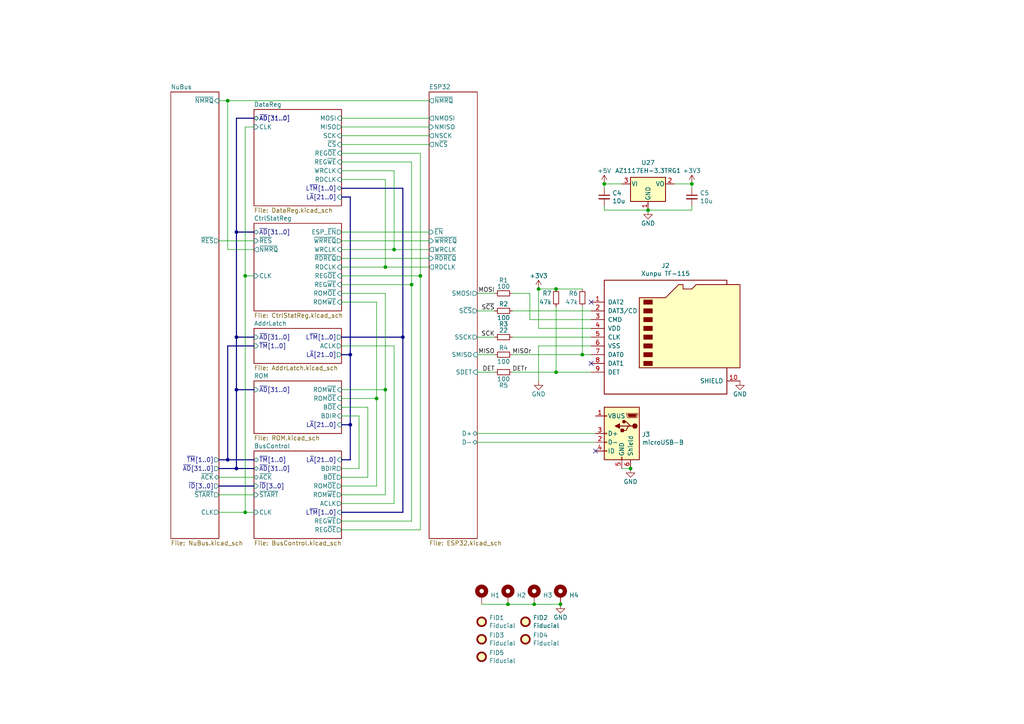
<source format=kicad_sch>
(kicad_sch (version 20211123) (generator eeschema)
  (paper "A4")
  (title_block (title "NuBus-ESP32") (date "2021-11-18") (rev "0.1") (company "Garrett's Workshop"))
  (lib_symbols
    (symbol "Connector:USB_B_Micro" (pin_names (offset 1.016))
      (property "Reference" "J" (at -5.08 11.43 0))
      (property "Value" "USB_B_Micro" (at -5.08 8.89 0))
      (symbol "USB_B_Micro_0_1"
        (rectangle (start -5.08 -7.62) (end 5.08 7.62) (stroke (width 0.254)) (fill (type background)))
        (circle (center -3.81 2.159) (radius 0.635) (stroke (width 0.254)) (fill (type outline)))
        (circle (center -0.635 3.429) (radius 0.381) (stroke (width 0.254)) (fill (type outline)))
        (rectangle (start -0.127 -7.62) (end 0.127 -6.858))
        (polyline (pts (xy -1.905 2.159) (xy 0.635 2.159)) (stroke (width 0.254)))
        (polyline (pts (xy -3.175 2.159) (xy -2.54 2.159) (xy -1.27 3.429) (xy -0.635 3.429)) (stroke (width 0.254)))
        (polyline (pts (xy -2.54 2.159) (xy -1.905 2.159) (xy -1.27 0.889) (xy 0 0.889)) (stroke (width 0.254)))
        (polyline (pts (xy 0.635 2.794) (xy 0.635 1.524) (xy 1.905 2.159) (xy 0.635 2.794)) (stroke (width 0.254)) (fill (type outline)))
        (polyline (pts (xy -4.318 5.588) (xy -1.778 5.588) (xy -2.032 4.826) (xy -4.064 4.826) (xy -4.318 5.588)) (fill (type outline)))
        (polyline (pts (xy -4.699 5.842) (xy -4.699 5.588) (xy -4.445 4.826) (xy -4.445 4.572) (xy -1.651 4.572) (xy -1.651 4.826) (xy -1.397 5.588) (xy -1.397 5.842) (xy -4.699 5.842)))
        (rectangle (start 0.254 1.27) (end -0.508 0.508) (stroke (width 0.254)) (fill (type outline)))
        (rectangle (start 5.08 -5.207) (end 4.318 -4.953))
        (rectangle (start 5.08 -2.667) (end 4.318 -2.413))
        (rectangle (start 5.08 -0.127) (end 4.318 0.127))
        (rectangle (start 5.08 4.953) (end 4.318 5.207))
      )
      (symbol "USB_B_Micro_1_1"
        (pin power_out line (at 7.62 5.08 180) (length 2.54) (name "VBUS") (number "1"))
        (pin bidirectional line (at 7.62 -2.54 180) (length 2.54) (name "D-") (number "2"))
        (pin bidirectional line (at 7.62 0 180) (length 2.54) (name "D+") (number "3"))
        (pin passive line (at 7.62 -5.08 180) (length 2.54) (name "ID") (number "4"))
        (pin power_out line (at 0 -10.16 90) (length 2.54) (name "GND") (number "5"))
        (pin passive line (at -2.54 -10.16 90) (length 2.54) (name "Shield") (number "6"))
      )
    )
    (symbol "Device:C_Small" (pin_numbers hide) (pin_names (offset 0.254) hide)
      (property "Reference" "C" (at 0.254 1.778 0))
      (property "Value" "C_Small" (at 0.254 -2.032 0))
      (symbol "C_Small_0_1"
        (polyline (pts (xy -1.524 -0.508) (xy 1.524 -0.508)) (stroke (width 0.3302)))
        (polyline (pts (xy -1.524 0.508) (xy 1.524 0.508)) (stroke (width 0.3048)))
      )
      (symbol "C_Small_1_1"
        (pin passive line (at 0 2.54 270) (length 2.032) (name "~") (number "1"))
        (pin passive line (at 0 -2.54 90) (length 2.032) (name "~") (number "2"))
      )
    )
    (symbol "Device:R_Small" (pin_numbers hide) (pin_names (offset 0.254) hide)
      (property "Reference" "R" (at 0.762 0.508 0))
      (property "Value" "R_Small" (at 0.762 -1.016 0))
      (symbol "R_Small_0_1"
        (rectangle (start -0.762 1.778) (end 0.762 -1.778) (stroke (width 0.2032)))
      )
      (symbol "R_Small_1_1"
        (pin passive line (at 0 2.54 270) (length 0.762) (name "~") (number "1"))
        (pin passive line (at 0 -2.54 90) (length 0.762) (name "~") (number "2"))
      )
    )
    (symbol "GW_Connector:Micro_SD_SingleDet" (pin_names (offset 1.016))
      (property "Reference" "J" (at -16.51 17.78 0))
      (property "Value" "Micro_SD_SingleDet" (at 16.51 17.78 0))
      (symbol "Micro_SD_SingleDet_0_1"
        (rectangle (start -7.62 -6.985) (end -5.08 -8.255) (fill (type outline)))
        (rectangle (start -7.62 -4.445) (end -5.08 -5.715) (fill (type outline)))
        (rectangle (start -7.62 -1.905) (end -5.08 -3.175) (fill (type outline)))
        (rectangle (start -7.62 0.635) (end -5.08 -0.635) (fill (type outline)))
        (rectangle (start -7.62 3.175) (end -5.08 1.905) (fill (type outline)))
        (rectangle (start -7.62 5.715) (end -5.08 4.445) (fill (type outline)))
        (rectangle (start -7.62 8.255) (end -5.08 6.985) (fill (type outline)))
        (rectangle (start -7.62 10.795) (end -5.08 9.525) (fill (type outline)))
        (polyline (pts (xy 16.51 15.24) (xy 16.51 16.51) (xy -19.05 16.51) (xy -19.05 -16.51) (xy 16.51 -16.51) (xy 16.51 -8.89)) (stroke (width 0.254)))
        (polyline (pts (xy -8.89 -8.89) (xy -8.89 11.43) (xy -1.27 11.43) (xy 2.54 15.24) (xy 3.81 15.24) (xy 3.81 13.97) (xy 6.35 13.97) (xy 7.62 15.24) (xy 20.32 15.24) (xy 20.32 -8.89) (xy -8.89 -8.89)) (stroke (width 0.254)) (fill (type background)))
      )
      (symbol "Micro_SD_SingleDet_1_1"
        (pin bidirectional line (at -22.86 10.16 0) (length 3.81) (name "DAT2") (number "1"))
        (pin passive line (at 20.32 -12.7 180) (length 3.81) (name "SHIELD") (number "10"))
        (pin bidirectional line (at -22.86 7.62 0) (length 3.81) (name "DAT3/CD") (number "2"))
        (pin input line (at -22.86 5.08 0) (length 3.81) (name "CMD") (number "3"))
        (pin power_in line (at -22.86 2.54 0) (length 3.81) (name "VDD") (number "4"))
        (pin input line (at -22.86 0 0) (length 3.81) (name "CLK") (number "5"))
        (pin power_in line (at -22.86 -2.54 0) (length 3.81) (name "VSS") (number "6"))
        (pin input line (at -22.86 -5.08 0) (length 3.81) (name "DAT0") (number "7"))
        (pin input line (at -22.86 -7.62 0) (length 3.81) (name "DAT1") (number "8"))
        (pin passive line (at -22.86 -10.16 0) (length 3.81) (name "DET") (number "9"))
      )
    )
    (symbol "GW_Power:AP1117-33" (pin_names (offset 0.254))
      (property "Reference" "U" (at -3.81 3.175 0))
      (property "Value" "AP1117-33" (at 0 3.175 0))
      (symbol "AP1117-33_0_1"
        (rectangle (start -5.08 -5.08) (end 5.08 1.905) (stroke (width 0.254)) (fill (type background)))
      )
      (symbol "AP1117-33_1_1"
        (pin power_in line (at 0 -7.62 90) (length 2.54) (name "GND") (number "1"))
        (pin power_out line (at 7.62 0 180) (length 2.54) (name "VO") (number "2"))
        (pin power_in line (at -7.62 0 0) (length 2.54) (name "VI") (number "3"))
      )
    )
    (symbol "Mechanical:Fiducial"
      (property "Reference" "FID" (at 0 5.08 0))
      (property "Value" "Fiducial" (at 0 3.175 0))
      (symbol "Fiducial_0_1"
        (circle (center 0 0) (radius 1.27) (stroke (width 0.508)) (fill (type background)))
      )
    )
    (symbol "Mechanical:MountingHole_Pad" (pin_numbers hide) (pin_names (offset 1.016) hide)
      (property "Reference" "H" (at 0 6.35 0))
      (property "Value" "MountingHole_Pad" (at 0 4.445 0))
      (symbol "MountingHole_Pad_0_1"
        (circle (center 0 1.27) (radius 1.27) (stroke (width 1.27)))
      )
      (symbol "MountingHole_Pad_1_1"
        (pin input line (at 0 -2.54 90) (length 2.54) (name "1") (number "1"))
      )
    )
    (symbol "power:+3V3" (power) (pin_names (offset 0))
      (property "Value" "+3V3" (at 0 3.556 0))
      (symbol "+3V3_0_1"
        (polyline (pts (xy -0.762 1.27) (xy 0 2.54)))
        (polyline (pts (xy 0 0) (xy 0 2.54)))
        (polyline (pts (xy 0 2.54) (xy 0.762 1.27)))
      )
      (symbol "+3V3_1_1"
        (pin power_in line (at 0 0 90) (length 0) hide (name "+3V3") (number "1"))
      )
    )
    (symbol "power:+5V" (power) (pin_names (offset 0))
      (property "Value" "+5V" (at 0 3.556 0))
      (symbol "+5V_0_1"
        (polyline (pts (xy -0.762 1.27) (xy 0 2.54)))
        (polyline (pts (xy 0 0) (xy 0 2.54)))
        (polyline (pts (xy 0 2.54) (xy 0.762 1.27)))
      )
      (symbol "+5V_1_1"
        (pin power_in line (at 0 0 90) (length 0) hide (name "+5V") (number "1"))
      )
    )
    (symbol "power:GND" (power) (pin_names (offset 0))
      (property "Value" "GND" (at 0 -3.81 0))
      (symbol "GND_0_1"
        (polyline (pts (xy 0 0) (xy 0 -1.27) (xy 1.27 -1.27) (xy 0 -2.54) (xy -1.27 -1.27) (xy 0 -1.27)))
      )
      (symbol "GND_1_1"
        (pin power_in line (at 0 0 270) (length 0) hide (name "GND") (number "1"))
      )
    )
  )
  (junction (at 121.92 80.01))
  (junction (at 71.12 80.01))
  (junction (at 101.6 123.19))
  (junction (at 66.04 133.35))
  (junction (at 147.32 175.26))
  (junction (at 101.6 102.87))
  (junction (at 68.58 97.79))
  (junction (at 116.84 97.79))
  (junction (at 68.58 135.89))
  (junction (at 161.29 107.95))
  (junction (at 168.91 102.87))
  (junction (at 200.66 53.34))
  (junction (at 162.56 175.26))
  (junction (at 119.38 82.55))
  (junction (at 111.76 113.03))
  (junction (at 109.22 115.57))
  (junction (at 71.12 148.59))
  (junction (at 187.96 60.96))
  (junction (at 154.94 175.26))
  (junction (at 156.21 83.82))
  (junction (at 182.88 135.89))
  (junction (at 68.58 113.03))
  (junction (at 175.26 53.34))
  (junction (at 66.04 29.21))
  (junction (at 68.58 67.31))
  (junction (at 111.76 77.47))
  (junction (at 161.29 83.82))
  (junction (at 114.3 72.39))
  (no_connect (at 171.45 105.41))
  (no_connect (at 172.72 130.81))
  (no_connect (at 171.45 87.63))
  (wire (pts (xy 138.43 90.17) (xy 143.51 90.17)))
  (wire (pts (xy 161.29 83.82) (xy 168.91 83.82)))
  (bus (pts (xy 116.84 97.79) (xy 116.84 148.59)))
  (bus (pts (xy 101.6 123.19) (xy 99.06 123.19)))
  (bus (pts (xy 99.06 148.59) (xy 116.84 148.59)))
  (wire (pts (xy 99.06 151.13) (xy 119.38 151.13)))
  (wire (pts (xy 63.5 148.59) (xy 71.12 148.59)))
  (wire (pts (xy 99.06 80.01) (xy 121.92 80.01)))
  (wire (pts (xy 111.76 143.51) (xy 99.06 143.51)))
  (wire (pts (xy 138.43 102.87) (xy 143.51 102.87)))
  (wire (pts (xy 182.88 135.89) (xy 180.34 135.89)))
  (wire (pts (xy 114.3 72.39) (xy 124.46 72.39)))
  (wire (pts (xy 172.72 128.27) (xy 138.43 128.27)))
  (wire (pts (xy 111.76 85.09) (xy 99.06 85.09)))
  (wire (pts (xy 200.66 60.96) (xy 187.96 60.96)))
  (wire (pts (xy 121.92 80.01) (xy 121.92 153.67)))
  (wire (pts (xy 119.38 82.55) (xy 119.38 151.13)))
  (wire (pts (xy 148.59 85.09) (xy 153.67 85.09)))
  (wire (pts (xy 148.59 107.95) (xy 161.29 107.95)))
  (wire (pts (xy 156.21 100.33) (xy 171.45 100.33)))
  (bus (pts (xy 68.58 34.29) (xy 68.58 67.31)))
  (wire (pts (xy 66.04 29.21) (xy 124.46 29.21)))
  (wire (pts (xy 168.91 102.87) (xy 171.45 102.87)))
  (wire (pts (xy 161.29 107.95) (xy 171.45 107.95)))
  (wire (pts (xy 104.14 120.65) (xy 99.06 120.65)))
  (bus (pts (xy 73.66 133.35) (xy 66.04 133.35)))
  (wire (pts (xy 71.12 36.83) (xy 71.12 80.01)))
  (wire (pts (xy 114.3 100.33) (xy 99.06 100.33)))
  (wire (pts (xy 71.12 148.59) (xy 73.66 148.59)))
  (wire (pts (xy 156.21 95.25) (xy 171.45 95.25)))
  (wire (pts (xy 99.06 67.31) (xy 124.46 67.31)))
  (wire (pts (xy 63.5 138.43) (xy 73.66 138.43)))
  (wire (pts (xy 71.12 80.01) (xy 73.66 80.01)))
  (wire (pts (xy 99.06 74.93) (xy 124.46 74.93)))
  (bus (pts (xy 99.06 133.35) (xy 101.6 133.35)))
  (wire (pts (xy 111.76 77.47) (xy 111.76 52.07)))
  (wire (pts (xy 99.06 146.05) (xy 114.3 146.05)))
  (wire (pts (xy 63.5 69.85) (xy 73.66 69.85)))
  (wire (pts (xy 99.06 46.99) (xy 119.38 46.99)))
  (wire (pts (xy 180.34 53.34) (xy 175.26 53.34)))
  (wire (pts (xy 119.38 82.55) (xy 99.06 82.55)))
  (bus (pts (xy 63.5 140.97) (xy 73.66 140.97)))
  (wire (pts (xy 175.26 60.96) (xy 187.96 60.96)))
  (wire (pts (xy 109.22 115.57) (xy 99.06 115.57)))
  (wire (pts (xy 148.59 102.87) (xy 168.91 102.87)))
  (wire (pts (xy 99.06 44.45) (xy 121.92 44.45)))
  (wire (pts (xy 99.06 49.53) (xy 114.3 49.53)))
  (bus (pts (xy 68.58 34.29) (xy 73.66 34.29)))
  (wire (pts (xy 99.06 72.39) (xy 114.3 72.39)))
  (wire (pts (xy 175.26 53.34) (xy 175.26 54.61)))
  (bus (pts (xy 66.04 133.35) (xy 63.5 133.35)))
  (wire (pts (xy 99.06 69.85) (xy 124.46 69.85)))
  (wire (pts (xy 99.06 77.47) (xy 111.76 77.47)))
  (wire (pts (xy 148.59 97.79) (xy 171.45 97.79)))
  (bus (pts (xy 66.04 100.33) (xy 66.04 133.35)))
  (wire (pts (xy 106.68 138.43) (xy 99.06 138.43)))
  (wire (pts (xy 99.06 34.29) (xy 124.46 34.29)))
  (wire (pts (xy 143.51 85.09) (xy 138.43 85.09)))
  (bus (pts (xy 101.6 102.87) (xy 101.6 57.15)))
  (wire (pts (xy 111.76 77.47) (xy 124.46 77.47)))
  (bus (pts (xy 101.6 123.19) (xy 101.6 133.35)))
  (wire (pts (xy 147.32 175.26) (xy 154.94 175.26)))
  (wire (pts (xy 114.3 49.53) (xy 114.3 72.39)))
  (wire (pts (xy 156.21 110.49) (xy 156.21 100.33)))
  (bus (pts (xy 99.06 102.87) (xy 101.6 102.87)))
  (wire (pts (xy 138.43 97.79) (xy 143.51 97.79)))
  (bus (pts (xy 68.58 97.79) (xy 73.66 97.79)))
  (wire (pts (xy 63.5 29.21) (xy 66.04 29.21)))
  (bus (pts (xy 63.5 135.89) (xy 68.58 135.89)))
  (bus (pts (xy 99.06 54.61) (xy 116.84 54.61)))
  (wire (pts (xy 109.22 87.63) (xy 99.06 87.63)))
  (bus (pts (xy 101.6 102.87) (xy 101.6 123.19)))
  (wire (pts (xy 63.5 143.51) (xy 73.66 143.51)))
  (wire (pts (xy 200.66 53.34) (xy 195.58 53.34)))
  (wire (pts (xy 71.12 80.01) (xy 71.12 148.59)))
  (wire (pts (xy 111.76 52.07) (xy 99.06 52.07)))
  (bus (pts (xy 99.06 97.79) (xy 116.84 97.79)))
  (wire (pts (xy 168.91 102.87) (xy 168.91 88.9)))
  (wire (pts (xy 99.06 135.89) (xy 104.14 135.89)))
  (bus (pts (xy 68.58 113.03) (xy 68.58 97.79)))
  (wire (pts (xy 153.67 92.71) (xy 171.45 92.71)))
  (wire (pts (xy 99.06 153.67) (xy 121.92 153.67)))
  (wire (pts (xy 171.45 90.17) (xy 148.59 90.17)))
  (wire (pts (xy 99.06 140.97) (xy 109.22 140.97)))
  (wire (pts (xy 161.29 107.95) (xy 161.29 88.9)))
  (wire (pts (xy 99.06 39.37) (xy 124.46 39.37)))
  (bus (pts (xy 68.58 113.03) (xy 68.58 135.89)))
  (wire (pts (xy 200.66 59.69) (xy 200.66 60.96)))
  (wire (pts (xy 119.38 46.99) (xy 119.38 82.55)))
  (wire (pts (xy 66.04 29.21) (xy 66.04 72.39)))
  (wire (pts (xy 104.14 135.89) (xy 104.14 120.65)))
  (bus (pts (xy 68.58 135.89) (xy 73.66 135.89)))
  (wire (pts (xy 175.26 59.69) (xy 175.26 60.96)))
  (wire (pts (xy 124.46 41.91) (xy 99.06 41.91)))
  (wire (pts (xy 73.66 36.83) (xy 71.12 36.83)))
  (wire (pts (xy 156.21 83.82) (xy 161.29 83.82)))
  (wire (pts (xy 111.76 113.03) (xy 99.06 113.03)))
  (wire (pts (xy 73.66 72.39) (xy 66.04 72.39)))
  (wire (pts (xy 153.67 85.09) (xy 153.67 92.71)))
  (wire (pts (xy 154.94 175.26) (xy 162.56 175.26)))
  (wire (pts (xy 172.72 125.73) (xy 138.43 125.73)))
  (wire (pts (xy 109.22 140.97) (xy 109.22 115.57)))
  (wire (pts (xy 138.43 107.95) (xy 143.51 107.95)))
  (bus (pts (xy 101.6 57.15) (xy 99.06 57.15)))
  (bus (pts (xy 68.58 67.31) (xy 73.66 67.31)))
  (wire (pts (xy 156.21 83.82) (xy 156.21 95.25)))
  (wire (pts (xy 106.68 118.11) (xy 106.68 138.43)))
  (bus (pts (xy 116.84 54.61) (xy 116.84 97.79)))
  (wire (pts (xy 121.92 44.45) (xy 121.92 80.01)))
  (wire (pts (xy 109.22 115.57) (xy 109.22 87.63)))
  (wire (pts (xy 111.76 113.03) (xy 111.76 85.09)))
  (bus (pts (xy 68.58 113.03) (xy 73.66 113.03)))
  (wire (pts (xy 114.3 146.05) (xy 114.3 100.33)))
  (wire (pts (xy 111.76 143.51) (xy 111.76 113.03)))
  (bus (pts (xy 66.04 100.33) (xy 73.66 100.33)))
  (wire (pts (xy 99.06 118.11) (xy 106.68 118.11)))
  (bus (pts (xy 68.58 97.79) (xy 68.58 67.31)))
  (wire (pts (xy 139.7 175.26) (xy 147.32 175.26)))
  (wire (pts (xy 200.66 53.34) (xy 200.66 54.61)))
  (wire (pts (xy 99.06 36.83) (xy 124.46 36.83)))
  (label "S~{CS}" (at 143.51 90.17 180))
  (label "SCK" (at 143.51 97.79 180))
  (label "DET" (at 143.51 107.95 180))
  (label "MISOr" (at 148.59 102.87 0))
  (label "DETr" (at 148.59 107.95 0))
  (label "MISO" (at 143.51 102.87 180))
  (label "MOSI" (at 143.51 85.09 180))
  (symbol (lib_id "Mechanical:MountingHole_Pad") (at 154.94 172.72 0) (unit 1)
    (property "Reference" "H3" (at 157.48 172.6438 0) (effects (justify left)))
    (property "Value" " " (effects hide))
    (property "Footprint" "stdpads:PasteHole_1.152mm_NPTH" (effects hide))
  )
  (symbol (lib_id "Mechanical:MountingHole_Pad") (at 162.56 172.72 0) (unit 1)
    (property "Reference" "H4" (at 165.1 172.6438 0) (effects (justify left)))
    (property "Value" " " (effects hide))
    (property "Footprint" "stdpads:PasteHole_1.152mm_NPTH" (effects hide))
  )
  (symbol (lib_id "power:GND") (at 162.56 175.26 0) (mirror y) (unit 1)
    (property "Reference" "#PWR0145" (effects hide))
    (property "Value" "GND" (at 162.56 179.07 0))
  )
  (symbol (lib_id "Mechanical:Fiducial") (at 139.7 180.34 0) (unit 1)
    (property "Reference" "FID1" (at 141.859 179.1716 0) (effects (justify left)))
    (property "Value" "Fiducial" (at 141.859 181.483 0) (effects (justify left)))
    (property "Footprint" "stdpads:Fiducial" (effects hide))
  )
  (symbol (lib_id "Mechanical:Fiducial") (at 152.4 180.34 0) (unit 1)
    (property "Reference" "FID2" (at 154.559 179.1716 0) (effects (justify left)))
    (property "Value" "Fiducial" (at 154.559 181.483 0) (effects (justify left)))
    (property "Footprint" "stdpads:Fiducial" (effects hide))
  )
  (symbol (lib_id "Mechanical:Fiducial") (at 139.7 185.42 0) (unit 1)
    (property "Reference" "FID3" (at 141.859 184.2516 0) (effects (justify left)))
    (property "Value" "Fiducial" (at 141.859 186.563 0) (effects (justify left)))
    (property "Footprint" "stdpads:Fiducial" (effects hide))
  )
  (symbol (lib_id "Mechanical:Fiducial") (at 152.4 185.42 0) (unit 1)
    (property "Reference" "FID4" (at 154.559 184.2516 0) (effects (justify left)))
    (property "Value" "Fiducial" (at 154.559 186.563 0) (effects (justify left)))
    (property "Footprint" "stdpads:Fiducial" (effects hide))
  )
  (symbol (lib_id "Mechanical:MountingHole_Pad") (at 139.7 172.72 0) (unit 1)
    (property "Reference" "H1" (at 142.24 172.6438 0) (effects (justify left)))
    (property "Value" " " (effects hide))
    (property "Footprint" "stdpads:PasteHole_1.152mm_NPTH" (effects hide))
  )
  (symbol (lib_id "Mechanical:MountingHole_Pad") (at 147.32 172.72 0) (unit 1)
    (property "Reference" "H2" (at 149.86 172.6438 0) (effects (justify left)))
    (property "Value" " " (effects hide))
    (property "Footprint" "stdpads:PasteHole_1.152mm_NPTH" (effects hide))
  )
  (symbol (lib_id "power:GND") (at 214.63 110.49 0) (unit 1)
    (property "Reference" "#PWR0137" (effects hide))
    (property "Value" "GND" (at 214.63 114.3 0))
  )
  (symbol (lib_id "GW_Connector:Micro_SD_SingleDet") (at 194.31 97.79 0) (unit 1)
    (property "Reference" "J2" (at 193.04 77.0382 0))
    (property "Value" "Xunpu TF-115" (at 193.04 79.3496 0))
    (property "Footprint" "stdpads:Xunpu_TF-115_microSD" (effects hide))
    (property "LCSC Part" "C266620" (effects hide))
  )
  (symbol (lib_id "power:GND") (at 156.21 110.49 0) (unit 1)
    (property "Reference" "#PWR0138" (effects hide))
    (property "Value" "GND" (at 156.21 114.3 0))
  )
  (symbol (lib_id "power:+3V3") (at 156.21 83.82 0) (unit 1)
    (property "Reference" "#PWR0139" (effects hide))
    (property "Value" "+3V3" (at 156.21 80.01 0))
  )
  (symbol (lib_id "Mechanical:Fiducial") (at 139.7 190.5 0) (unit 1)
    (property "Reference" "FID5" (at 141.859 189.3316 0) (effects (justify left)))
    (property "Value" "Fiducial" (at 141.859 191.643 0) (effects (justify left)))
    (property "Footprint" "stdpads:Fiducial" (effects hide))
  )
  (symbol (lib_id "Device:R_Small") (at 146.05 107.95 90) (unit 1)
    (property "Reference" "R5" (at 146.05 111.76 90))
    (property "Value" "100" (at 146.05 109.22 90) (effects (justify bottom)))
    (property "Footprint" "stdpads:R_0805" (effects hide))
    (property "LCSC Part" "C17408" (effects hide))
  )
  (symbol (lib_id "Device:R_Small") (at 146.05 102.87 90) (unit 1)
    (property "Reference" "R4" (at 146.05 101.6 90) (effects (justify top)))
    (property "Value" "100" (at 146.05 104.14 90) (effects (justify bottom)))
    (property "Footprint" "stdpads:R_0805" (effects hide))
    (property "LCSC Part" "C17408" (effects hide))
  )
  (symbol (lib_id "Device:R_Small") (at 146.05 97.79 90) (mirror x) (unit 1)
    (property "Reference" "R3" (at 146.05 93.98 90))
    (property "Value" "22" (at 146.05 96.52 90) (effects (justify bottom)))
    (property "Footprint" "stdpads:R_0805" (effects hide))
    (property "LCSC Part" "C17561" (effects hide))
  )
  (symbol (lib_id "Device:R_Small") (at 146.05 85.09 90) (mirror x) (unit 1)
    (property "Reference" "R1" (at 146.05 81.28 90))
    (property "Value" "100" (at 146.05 83.82 90) (effects (justify bottom)))
    (property "Footprint" "stdpads:R_0805" (effects hide))
    (property "LCSC Part" "C17408" (effects hide))
  )
  (symbol (lib_id "Device:R_Small") (at 161.29 86.36 0) (unit 1)
    (property "Reference" "R7" (at 160.02 85.09 0) (effects (justify right)))
    (property "Value" "47k" (at 160.02 87.63 0) (effects (justify right)))
    (property "Footprint" "stdpads:R_0805" (effects hide))
    (property "LCSC Part" "C17713" (effects hide))
  )
  (symbol (lib_id "Device:R_Small") (at 146.05 90.17 90) (unit 1)
    (property "Reference" "R2" (at 146.05 88.9 90) (effects (justify top)))
    (property "Value" "100" (at 146.05 91.44 90) (effects (justify bottom)))
    (property "Footprint" "stdpads:R_0805" (effects hide))
    (property "LCSC Part" "C17408" (effects hide))
  )
  (symbol (lib_id "GW_Power:AP1117-33") (at 187.96 53.34 0) (unit 1)
    (property "Reference" "U27" (at 187.96 47.1932 0))
    (property "Value" "AZ1117EH-3.3TRG1" (at 187.96 49.5046 0))
    (property "Footprint" "stdpads:SOT-223" (effects hide))
    (property "Datasheet" "http://www.diodes.com/datasheets/AP1117.pdf" (effects hide))
    (property "LCSC Part" "C108494" (effects hide))
  )
  (symbol (lib_id "power:GND") (at 187.96 60.96 0) (unit 1)
    (property "Reference" "#PWR0102" (effects hide))
    (property "Value" "GND" (at 187.96 64.77 0))
  )
  (symbol (lib_id "power:+3V3") (at 200.66 53.34 0) (mirror y) (unit 1)
    (property "Reference" "#PWR0103" (effects hide))
    (property "Value" "+3V3" (at 200.66 49.53 0))
  )
  (symbol (lib_id "power:+5V") (at 175.26 53.34 0) (unit 1)
    (property "Reference" "#PWR0107" (effects hide))
    (property "Value" "+5V" (at 175.26 49.53 0))
  )
  (symbol (lib_id "Device:C_Small") (at 175.26 57.15 0) (unit 1)
    (property "Reference" "C4" (at 177.5968 55.9816 0) (effects (justify left)))
    (property "Value" "10u" (at 177.5968 58.293 0) (effects (justify left)))
    (property "Footprint" "stdpads:C_0805" (effects hide))
    (property "LCSC Part" "C15850" (effects hide))
  )
  (symbol (lib_id "Device:C_Small") (at 200.66 57.15 0) (mirror y) (unit 1)
    (property "Reference" "C5" (at 202.9968 55.9816 0) (effects (justify right)))
    (property "Value" "10u" (at 202.9968 58.293 0) (effects (justify right)))
    (property "Footprint" "stdpads:C_0805" (effects hide))
    (property "LCSC Part" "C15850" (effects hide))
  )
  (symbol (lib_id "Connector:USB_B_Micro") (at 180.34 125.73 0) (mirror y) (unit 1)
    (property "Reference" "J3" (at 186.182 126.0094 0) (effects (justify right)))
    (property "Value" "microUSB-B" (at 186.182 128.3208 0) (effects (justify right)))
    (property "Footprint" "stdpads:USB_Micro-B_ShouHan_MicroXNJ" (effects hide))
    (property "LCSC Part" "C404969" (effects hide))
  )
  (symbol (lib_id "power:GND") (at 182.88 135.89 0) (unit 1)
    (property "Reference" "#PWR0101" (effects hide))
    (property "Value" "GND" (at 182.88 139.7 0))
  )
  (symbol (lib_id "Device:R_Small") (at 168.91 86.36 0) (unit 1)
    (property "Reference" "R6" (at 167.64 85.09 0) (effects (justify right)))
    (property "Value" "47k" (at 167.64 87.63 0) (effects (justify right)))
    (property "Footprint" "stdpads:R_0805" (effects hide))
    (property "LCSC Part" "C17713" (effects hide))
  )
  (sheet (at 73.66 31.75) (size 25.4 27.94)
    (property "Sheet name" "DataReg" (at 73.66 31.0384 0) (effects (justify left bottom)))
    (property "Sheet file" "DataReg.kicad_sch" (at 73.66 60.2746 0) (effects (justify left top)))
    (pin "REG~{WE}" input (at 99.06 46.99 0))
    (pin "SCK" input (at 99.06 39.37 0))
    (pin "CLK" input (at 73.66 36.83 180))
    (pin "REG~{OE}" input (at 99.06 44.45 0))
    (pin "MISO" output (at 99.06 36.83 0))
    (pin "MOSI" input (at 99.06 34.29 0))
    (pin "AD[31..0]" bidirectional (at 73.66 34.29 180))
    (pin "~{AD}[31..0]" bidirectional (at 73.66 34.29 180))
    (pin "L~{A}[21..0]" input (at 99.06 57.15 0))
    (pin "RDCLK" input (at 99.06 52.07 0))
    (pin "~{CS}" input (at 99.06 41.91 0))
    (pin "L~{TM}[1..0]" bidirectional (at 99.06 54.61 0))
    (pin "WRCLK" input (at 99.06 49.53 0))
  )
  (sheet (at 73.66 95.25) (size 25.4 10.16)
    (property "Sheet name" "AddrLatch" (at 73.66 94.5384 0) (effects (justify left bottom)))
    (property "Sheet file" "AddrLatch.kicad_sch" (at 73.66 105.9946 0) (effects (justify left top)))
    (pin "ACLK" output (at 99.06 100.33 0))
    (pin "~{AD}[31..0]" input (at 73.66 97.79 180))
    (pin "L~{A}[21..0]" output (at 99.06 102.87 0))
    (pin "L~{TM}[1..0]" output (at 99.06 97.79 0))
    (pin "~{TM}[1..0]" input (at 73.66 100.33 180))
  )
  (sheet (at 73.66 64.77) (size 25.4 25.4)
    (property "Sheet name" "CtrlStatReg" (at 73.66 64.0584 0) (effects (justify left bottom)))
    (property "Sheet file" "CtrlStatReg.kicad_sch" (at 73.66 90.7546 0) (effects (justify left top)))
    (pin "REG~{WE}" input (at 99.06 82.55 0))
    (pin "CLK" input (at 73.66 80.01 180))
    (pin "ESP_~{EN}" output (at 99.06 67.31 0))
    (pin "~{RES}" input (at 73.66 69.85 180))
    (pin "~{AD}[31..0]" bidirectional (at 73.66 67.31 180))
    (pin "ROM~{WE}" input (at 99.06 87.63 0))
    (pin "ROM~{OE}" input (at 99.06 85.09 0))
    (pin "REG~{OE}" input (at 99.06 80.01 0))
    (pin "WRCLK" input (at 99.06 72.39 0))
    (pin "RDCLK" input (at 99.06 77.47 0))
    (pin "~{NMRQ}" output (at 73.66 72.39 180))
    (pin "~{RDREQ}" output (at 99.06 74.93 0))
    (pin "~{WRREQ}" output (at 99.06 69.85 0))
  )
  (sheet (at 73.66 130.81) (size 25.4 25.4)
    (property "Sheet name" "BusControl" (at 73.66 130.0984 0) (effects (justify left bottom)))
    (property "Sheet file" "BusControl.kicad_sch" (at 73.66 156.7946 0) (effects (justify left top)))
    (pin "ROM~{OE}" output (at 99.06 140.97 0))
    (pin "ROM~{WE}" output (at 99.06 143.51 0))
    (pin "REG~{OE}" output (at 99.06 153.67 0))
    (pin "REG~{WE}" output (at 99.06 151.13 0))
    (pin "ACLK" output (at 99.06 146.05 0))
    (pin "~{TM}[1..0]" bidirectional (at 73.66 133.35 180))
    (pin "~{ACK}" bidirectional (at 73.66 138.43 180))
    (pin "CLK" input (at 73.66 148.59 180))
    (pin "L~{A}[21..0]" input (at 99.06 133.35 0))
    (pin "L~{TM}[1..0]" input (at 99.06 148.59 0))
    (pin "~{ID}[3..0]" input (at 73.66 140.97 180))
    (pin "~{AD}[31..0]" bidirectional (at 73.66 135.89 180))
    (pin "~{START}" input (at 73.66 143.51 180))
    (pin "BDIR" output (at 99.06 135.89 0))
    (pin "B~{OE}" output (at 99.06 138.43 0))
  )
  (sheet (at 73.66 110.49) (size 25.4 15.24)
    (property "Sheet name" "ROM" (at 73.66 109.7784 0) (effects (justify left bottom)))
    (property "Sheet file" "ROM.kicad_sch" (at 73.66 126.3146 0) (effects (justify left top)))
    (pin "ROM~{WE}" input (at 99.06 113.03 0))
    (pin "ROM~{OE}" input (at 99.06 115.57 0))
    (pin "L~{A}[21..0]" input (at 99.06 123.19 0))
    (pin "~{AD}[31..0]" input (at 73.66 113.03 180))
    (pin "B~{OE}" input (at 99.06 118.11 0))
    (pin "BDIR" input (at 99.06 120.65 0))
  )
  (sheet (at 49.53 26.67) (size 13.97 129.54)
    (property "Sheet name" "NuBus" (at 49.53 25.9584 0) (effects (justify left bottom)))
    (property "Sheet file" "NuBus.kicad_sch" (at 49.53 156.7946 0) (effects (justify left top)))
    (pin "~{START}" output (at 63.5 143.51 0))
    (pin "CLK" output (at 63.5 148.59 0))
    (pin "~{NMRQ}" input (at 63.5 29.21 0))
    (pin "~{ACK}" bidirectional (at 63.5 138.43 0))
    (pin "~{TM}[1..0]" output (at 63.5 133.35 0))
    (pin "~{AD}[31..0]" output (at 63.5 135.89 0))
    (pin "~{ID}[3..0]" output (at 63.5 140.97 0))
    (pin "~{RES}" output (at 63.5 69.85 0))
  )
  (sheet (at 124.46 26.67) (size 13.97 129.54)
    (property "Sheet name" "ESP32" (at 124.46 25.9584 0) (effects (justify left bottom)))
    (property "Sheet file" "ESP32.kicad_sch" (at 124.46 156.7946 0) (effects (justify left top)))
    (pin "~{NMRQ}" output (at 124.46 29.21 180))
    (pin "NSCK" output (at 124.46 39.37 180))
    (pin "NMOSI" output (at 124.46 34.29 180))
    (pin "NMISO" input (at 124.46 36.83 180))
    (pin "~{EN}" input (at 124.46 67.31 180))
    (pin "D-" bidirectional (at 138.43 128.27 0))
    (pin "D+" bidirectional (at 138.43 125.73 0))
    (pin "SMOSI" output (at 138.43 85.09 0))
    (pin "S~{CS}" output (at 138.43 90.17 0))
    (pin "SMISO" input (at 138.43 102.87 0))
    (pin "SDET" input (at 138.43 107.95 0))
    (pin "SSCK" output (at 138.43 97.79 0))
    (pin "N~{CS}" output (at 124.46 41.91 180))
    (pin "WRCLK" output (at 124.46 72.39 180))
    (pin "~{WRREQ}" input (at 124.46 69.85 180))
    (pin "RDCLK" output (at 124.46 77.47 180))
    (pin "~{RDREQ}" input (at 124.46 74.93 180))
  )
)
</source>
